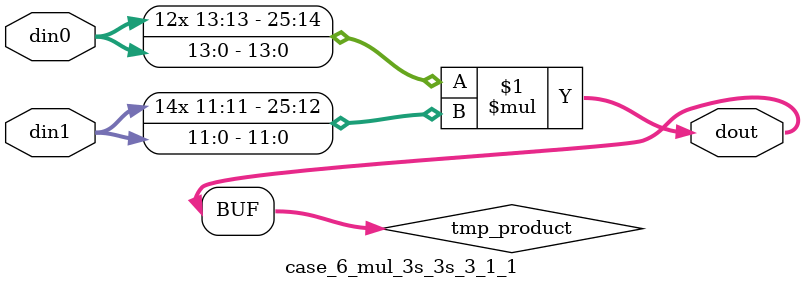
<source format=v>

`timescale 1 ns / 1 ps

 module case_6_mul_3s_3s_3_1_1(din0, din1, dout);
parameter ID = 1;
parameter NUM_STAGE = 0;
parameter din0_WIDTH = 14;
parameter din1_WIDTH = 12;
parameter dout_WIDTH = 26;

input [din0_WIDTH - 1 : 0] din0; 
input [din1_WIDTH - 1 : 0] din1; 
output [dout_WIDTH - 1 : 0] dout;

wire signed [dout_WIDTH - 1 : 0] tmp_product;



























assign tmp_product = $signed(din0) * $signed(din1);








assign dout = tmp_product;





















endmodule

</source>
